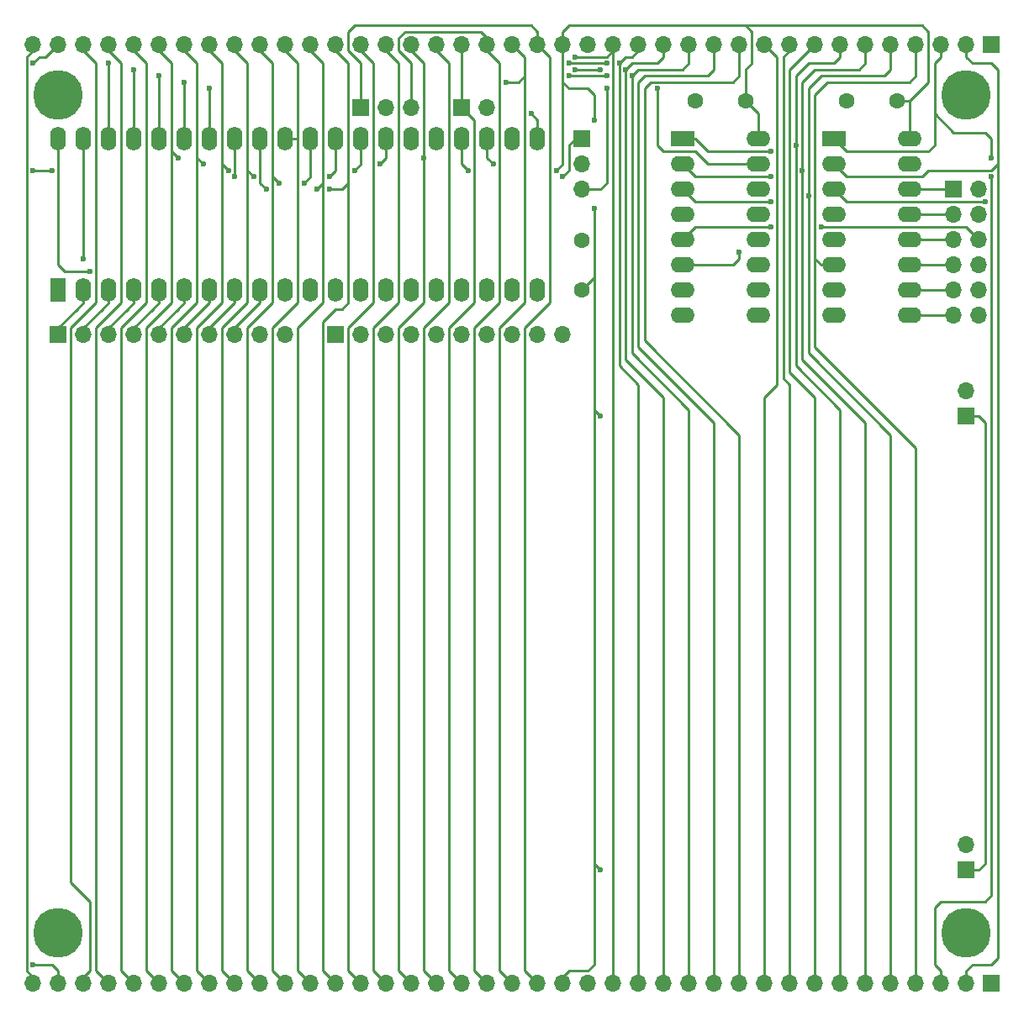
<source format=gtl>
G04 #@! TF.FileFunction,Copper,L1,Top,Signal*
%FSLAX46Y46*%
G04 Gerber Fmt 4.6, Leading zero omitted, Abs format (unit mm)*
G04 Created by KiCad (PCBNEW 4.0.7) date 01/23/20 18:17:54*
%MOMM*%
%LPD*%
G01*
G04 APERTURE LIST*
%ADD10C,0.100000*%
%ADD11R,1.700000X1.700000*%
%ADD12O,1.700000X1.700000*%
%ADD13C,5.000000*%
%ADD14C,1.600000*%
%ADD15R,2.400000X1.600000*%
%ADD16O,2.400000X1.600000*%
%ADD17R,1.600000X2.400000*%
%ADD18O,1.600000X2.400000*%
%ADD19C,0.600000*%
%ADD20C,0.250000*%
G04 APERTURE END LIST*
D10*
D11*
X198120000Y-145415000D03*
D12*
X195580000Y-145415000D03*
X193040000Y-145415000D03*
X190500000Y-145415000D03*
X187960000Y-145415000D03*
X185420000Y-145415000D03*
X182880000Y-145415000D03*
X180340000Y-145415000D03*
X177800000Y-145415000D03*
X175260000Y-145415000D03*
X172720000Y-145415000D03*
X170180000Y-145415000D03*
X167640000Y-145415000D03*
X165100000Y-145415000D03*
X162560000Y-145415000D03*
X160020000Y-145415000D03*
X157480000Y-145415000D03*
X154940000Y-145415000D03*
X152400000Y-145415000D03*
X149860000Y-145415000D03*
X147320000Y-145415000D03*
X144780000Y-145415000D03*
X142240000Y-145415000D03*
X139700000Y-145415000D03*
X137160000Y-145415000D03*
X134620000Y-145415000D03*
X132080000Y-145415000D03*
X129540000Y-145415000D03*
X127000000Y-145415000D03*
X124460000Y-145415000D03*
X121920000Y-145415000D03*
X119380000Y-145415000D03*
X116840000Y-145415000D03*
X114300000Y-145415000D03*
X111760000Y-145415000D03*
X109220000Y-145415000D03*
X106680000Y-145415000D03*
X104140000Y-145415000D03*
X101600000Y-145415000D03*
D13*
X104140000Y-140335000D03*
X195580000Y-140335000D03*
X195580000Y-55880000D03*
X104140000Y-55880000D03*
D11*
X198120000Y-50800000D03*
D12*
X195580000Y-50800000D03*
X193040000Y-50800000D03*
X190500000Y-50800000D03*
X187960000Y-50800000D03*
X185420000Y-50800000D03*
X182880000Y-50800000D03*
X180340000Y-50800000D03*
X177800000Y-50800000D03*
X175260000Y-50800000D03*
X172720000Y-50800000D03*
X170180000Y-50800000D03*
X167640000Y-50800000D03*
X165100000Y-50800000D03*
X162560000Y-50800000D03*
X160020000Y-50800000D03*
X157480000Y-50800000D03*
X154940000Y-50800000D03*
X152400000Y-50800000D03*
X149860000Y-50800000D03*
X147320000Y-50800000D03*
X144780000Y-50800000D03*
X142240000Y-50800000D03*
X139700000Y-50800000D03*
X137160000Y-50800000D03*
X134620000Y-50800000D03*
X132080000Y-50800000D03*
X129540000Y-50800000D03*
X127000000Y-50800000D03*
X124460000Y-50800000D03*
X121920000Y-50800000D03*
X119380000Y-50800000D03*
X116840000Y-50800000D03*
X114300000Y-50800000D03*
X111760000Y-50800000D03*
X109220000Y-50800000D03*
X106680000Y-50800000D03*
X104140000Y-50800000D03*
X101600000Y-50800000D03*
D14*
X156845000Y-75565000D03*
X156845000Y-70565000D03*
X173355000Y-56515000D03*
X168355000Y-56515000D03*
X188595000Y-56515000D03*
X183595000Y-56515000D03*
D11*
X194310000Y-65405000D03*
D12*
X196850000Y-65405000D03*
X194310000Y-67945000D03*
X196850000Y-67945000D03*
X194310000Y-70485000D03*
X196850000Y-70485000D03*
X194310000Y-73025000D03*
X196850000Y-73025000D03*
X194310000Y-75565000D03*
X196850000Y-75565000D03*
X194310000Y-78105000D03*
X196850000Y-78105000D03*
D11*
X104140000Y-80010000D03*
D12*
X106680000Y-80010000D03*
X109220000Y-80010000D03*
X111760000Y-80010000D03*
X114300000Y-80010000D03*
X116840000Y-80010000D03*
X119380000Y-80010000D03*
X121920000Y-80010000D03*
X124460000Y-80010000D03*
X127000000Y-80010000D03*
D11*
X132080000Y-80010000D03*
D12*
X134620000Y-80010000D03*
X137160000Y-80010000D03*
X139700000Y-80010000D03*
X142240000Y-80010000D03*
X144780000Y-80010000D03*
X147320000Y-80010000D03*
X149860000Y-80010000D03*
X152400000Y-80010000D03*
X154940000Y-80010000D03*
D11*
X195580000Y-133985000D03*
D12*
X195580000Y-131445000D03*
D11*
X195580000Y-88265000D03*
D12*
X195580000Y-85725000D03*
D11*
X144780000Y-57150000D03*
D12*
X147320000Y-57150000D03*
D11*
X156845000Y-60325000D03*
D12*
X156845000Y-62865000D03*
X156845000Y-65405000D03*
D15*
X182245000Y-60325000D03*
D16*
X189865000Y-78105000D03*
X182245000Y-62865000D03*
X189865000Y-75565000D03*
X182245000Y-65405000D03*
X189865000Y-73025000D03*
X182245000Y-67945000D03*
X189865000Y-70485000D03*
X182245000Y-70485000D03*
X189865000Y-67945000D03*
X182245000Y-73025000D03*
X189865000Y-65405000D03*
X182245000Y-75565000D03*
X189865000Y-62865000D03*
X182245000Y-78105000D03*
X189865000Y-60325000D03*
D17*
X104140000Y-75565000D03*
D18*
X152400000Y-60325000D03*
X106680000Y-75565000D03*
X149860000Y-60325000D03*
X109220000Y-75565000D03*
X147320000Y-60325000D03*
X111760000Y-75565000D03*
X144780000Y-60325000D03*
X114300000Y-75565000D03*
X142240000Y-60325000D03*
X116840000Y-75565000D03*
X139700000Y-60325000D03*
X119380000Y-75565000D03*
X137160000Y-60325000D03*
X121920000Y-75565000D03*
X134620000Y-60325000D03*
X124460000Y-75565000D03*
X132080000Y-60325000D03*
X127000000Y-75565000D03*
X129540000Y-60325000D03*
X129540000Y-75565000D03*
X127000000Y-60325000D03*
X132080000Y-75565000D03*
X124460000Y-60325000D03*
X134620000Y-75565000D03*
X121920000Y-60325000D03*
X137160000Y-75565000D03*
X119380000Y-60325000D03*
X139700000Y-75565000D03*
X116840000Y-60325000D03*
X142240000Y-75565000D03*
X114300000Y-60325000D03*
X144780000Y-75565000D03*
X111760000Y-60325000D03*
X147320000Y-75565000D03*
X109220000Y-60325000D03*
X149860000Y-75565000D03*
X106680000Y-60325000D03*
X152400000Y-75565000D03*
X104140000Y-60325000D03*
D15*
X167005000Y-60325000D03*
D16*
X174625000Y-78105000D03*
X167005000Y-62865000D03*
X174625000Y-75565000D03*
X167005000Y-65405000D03*
X174625000Y-73025000D03*
X167005000Y-67945000D03*
X174625000Y-70485000D03*
X167005000Y-70485000D03*
X174625000Y-67945000D03*
X167005000Y-73025000D03*
X174625000Y-65405000D03*
X167005000Y-75565000D03*
X174625000Y-62865000D03*
X167005000Y-78105000D03*
X174625000Y-60325000D03*
D11*
X134620000Y-57150000D03*
D12*
X137160000Y-57150000D03*
X139700000Y-57150000D03*
D19*
X158750000Y-133985000D03*
X158750000Y-88265000D03*
X158115000Y-67310000D03*
X158115000Y-58420000D03*
X154305000Y-63500000D03*
X145415000Y-63500000D03*
X172720000Y-71755000D03*
X197485000Y-66675000D03*
X198120000Y-62230000D03*
X198120000Y-64135000D03*
X179705000Y-66040000D03*
X175895000Y-66675000D03*
X179070000Y-63500000D03*
X175895000Y-64135000D03*
X178435000Y-60960000D03*
X175895000Y-61595000D03*
X155575000Y-53975000D03*
X116840000Y-54610000D03*
X161925000Y-53975000D03*
X159385000Y-53975000D03*
X156210000Y-53340000D03*
X114300000Y-53975000D03*
X161290000Y-53340000D03*
X158750000Y-53340000D03*
X155575000Y-52705000D03*
X111760000Y-53340000D03*
X160655000Y-52705000D03*
X159385000Y-52705000D03*
X156210000Y-52070000D03*
X109220000Y-52705000D03*
X140970000Y-62230000D03*
X121920000Y-64135000D03*
X131445000Y-65405000D03*
X125095000Y-65405000D03*
X130175000Y-65405000D03*
X126365000Y-64770000D03*
X128905000Y-64770000D03*
X123825000Y-64135000D03*
X131445000Y-64135000D03*
X121285000Y-63500000D03*
X133985000Y-63500000D03*
X118745000Y-62865000D03*
X136525000Y-62865000D03*
X116205000Y-62230000D03*
X119380000Y-55245000D03*
X149225000Y-54610000D03*
X154940000Y-64135000D03*
X103505000Y-63500000D03*
X101600000Y-63500000D03*
X101600000Y-143510000D03*
X101600000Y-52705000D03*
X175895000Y-69215000D03*
X180975000Y-69215000D03*
X107315000Y-73660000D03*
X106680000Y-72390000D03*
X159385000Y-55245000D03*
X164465000Y-55245000D03*
X147955000Y-62865000D03*
X151765000Y-57785000D03*
D20*
X189865000Y-56515000D02*
X191770000Y-54610000D01*
X154940000Y-145415000D02*
X154940000Y-144780000D01*
X154940000Y-144780000D02*
X155575000Y-144145000D01*
X158115000Y-143510000D02*
X158115000Y-142875000D01*
X157480000Y-144145000D02*
X158115000Y-143510000D01*
X155575000Y-144145000D02*
X157480000Y-144145000D01*
X158115000Y-133350000D02*
X158115000Y-142875000D01*
X158115000Y-87630000D02*
X158115000Y-133350000D01*
X158115000Y-133350000D02*
X158750000Y-133985000D01*
X158115000Y-74295000D02*
X158115000Y-87630000D01*
X158115000Y-87630000D02*
X158750000Y-88265000D01*
X156845000Y-75565000D02*
X158115000Y-74295000D01*
X158115000Y-74295000D02*
X158115000Y-67310000D01*
X155575000Y-55245000D02*
X154940000Y-54610000D01*
X156845000Y-55245000D02*
X155575000Y-55245000D01*
X158115000Y-55880000D02*
X157480000Y-55245000D01*
X157480000Y-55245000D02*
X156845000Y-55245000D01*
X158115000Y-58420000D02*
X158115000Y-55880000D01*
X144780000Y-60325000D02*
X144780000Y-62230000D01*
X154305000Y-63500000D02*
X154940000Y-62865000D01*
X154940000Y-62865000D02*
X154940000Y-54610000D01*
X144780000Y-62230000D02*
X144780000Y-62865000D01*
X144780000Y-62865000D02*
X145415000Y-63500000D01*
X154940000Y-50800000D02*
X154940000Y-54610000D01*
X189865000Y-60325000D02*
X189865000Y-56515000D01*
X174625000Y-60325000D02*
X174625000Y-57785000D01*
X174625000Y-57785000D02*
X173355000Y-56515000D01*
X173355000Y-56515000D02*
X173355000Y-53340000D01*
X173355000Y-53340000D02*
X173990000Y-52705000D01*
X173990000Y-52705000D02*
X173990000Y-49530000D01*
X173990000Y-49530000D02*
X173355000Y-48895000D01*
X191135000Y-48895000D02*
X173355000Y-48895000D01*
X188595000Y-56515000D02*
X189865000Y-56515000D01*
X191770000Y-49530000D02*
X191135000Y-48895000D01*
X191770000Y-54610000D02*
X191770000Y-49530000D01*
X173355000Y-48895000D02*
X155575000Y-48895000D01*
X155575000Y-48895000D02*
X154940000Y-49530000D01*
X154940000Y-49530000D02*
X154940000Y-50800000D01*
X167005000Y-73025000D02*
X172085000Y-73025000D01*
X172720000Y-72390000D02*
X172720000Y-71755000D01*
X172085000Y-73025000D02*
X172720000Y-72390000D01*
X197485000Y-88900000D02*
X197485000Y-133350000D01*
X196850000Y-88265000D02*
X197485000Y-88900000D01*
X195580000Y-88265000D02*
X196850000Y-88265000D01*
X196850000Y-133985000D02*
X195580000Y-133985000D01*
X197485000Y-133350000D02*
X196850000Y-133985000D01*
X173355000Y-56515000D02*
X173355000Y-55880000D01*
X182245000Y-65405000D02*
X183515000Y-66675000D01*
X183515000Y-66675000D02*
X197485000Y-66675000D01*
X198755000Y-62865000D02*
X198120000Y-63500000D01*
X191770000Y-63500000D02*
X191135000Y-64135000D01*
X198120000Y-63500000D02*
X191770000Y-63500000D01*
X182245000Y-62865000D02*
X183515000Y-64135000D01*
X183515000Y-64135000D02*
X191135000Y-64135000D01*
X198755000Y-142875000D02*
X198120000Y-143510000D01*
X195580000Y-52070000D02*
X196215000Y-52705000D01*
X196215000Y-52705000D02*
X198120000Y-52705000D01*
X198120000Y-52705000D02*
X198755000Y-53340000D01*
X198755000Y-53340000D02*
X198755000Y-62865000D01*
X198755000Y-62865000D02*
X198755000Y-63500000D01*
X198755000Y-63500000D02*
X198755000Y-142875000D01*
X195580000Y-50800000D02*
X195580000Y-52070000D01*
X195580000Y-144145000D02*
X195580000Y-145415000D01*
X196215000Y-143510000D02*
X195580000Y-144145000D01*
X198120000Y-143510000D02*
X196215000Y-143510000D01*
X192405000Y-57785000D02*
X194310000Y-59690000D01*
X192405000Y-59055000D02*
X192405000Y-60960000D01*
X192405000Y-60960000D02*
X191770000Y-61595000D01*
X182245000Y-60325000D02*
X183515000Y-61595000D01*
X183515000Y-61595000D02*
X191770000Y-61595000D01*
X198120000Y-85725000D02*
X198120000Y-136525000D01*
X198120000Y-136525000D02*
X197485000Y-137160000D01*
X197485000Y-137160000D02*
X193040000Y-137160000D01*
X193040000Y-137160000D02*
X192405000Y-137795000D01*
X192405000Y-137795000D02*
X192405000Y-143510000D01*
X192405000Y-143510000D02*
X193040000Y-144145000D01*
X193040000Y-144145000D02*
X193040000Y-145415000D01*
X194310000Y-59690000D02*
X197485000Y-59690000D01*
X197485000Y-59690000D02*
X198120000Y-60325000D01*
X198120000Y-60960000D02*
X198120000Y-62230000D01*
X198120000Y-60325000D02*
X198120000Y-60960000D01*
X198120000Y-64135000D02*
X198120000Y-85725000D01*
X193040000Y-50800000D02*
X193040000Y-52070000D01*
X192405000Y-52705000D02*
X192405000Y-57785000D01*
X192405000Y-57785000D02*
X192405000Y-59055000D01*
X193040000Y-52070000D02*
X192405000Y-52705000D01*
X180340000Y-80645000D02*
X180340000Y-81280000D01*
X190500000Y-91440000D02*
X190500000Y-93345000D01*
X180340000Y-81280000D02*
X190500000Y-91440000D01*
X182245000Y-73025000D02*
X180975000Y-73025000D01*
X180975000Y-73025000D02*
X180340000Y-72390000D01*
X180340000Y-55880000D02*
X180340000Y-72390000D01*
X180340000Y-72390000D02*
X180340000Y-78105000D01*
X190500000Y-145415000D02*
X190500000Y-97155000D01*
X190500000Y-97155000D02*
X190500000Y-93345000D01*
X180340000Y-78105000D02*
X180340000Y-80645000D01*
X190500000Y-53975000D02*
X189865000Y-54610000D01*
X189865000Y-54610000D02*
X181610000Y-54610000D01*
X181610000Y-54610000D02*
X180340000Y-55880000D01*
X190500000Y-53975000D02*
X190500000Y-50800000D01*
X179705000Y-81915000D02*
X187960000Y-90170000D01*
X187960000Y-90170000D02*
X187960000Y-92075000D01*
X167005000Y-65405000D02*
X168275000Y-66675000D01*
X168275000Y-66675000D02*
X175895000Y-66675000D01*
X179705000Y-80645000D02*
X179705000Y-66040000D01*
X179705000Y-66040000D02*
X179705000Y-55245000D01*
X187960000Y-93345000D02*
X187960000Y-92075000D01*
X187960000Y-145415000D02*
X187960000Y-93345000D01*
X179705000Y-80645000D02*
X179705000Y-81915000D01*
X187960000Y-53340000D02*
X187325000Y-53975000D01*
X187325000Y-53975000D02*
X180975000Y-53975000D01*
X180975000Y-53975000D02*
X179705000Y-55245000D01*
X187960000Y-53340000D02*
X187960000Y-50800000D01*
X185420000Y-90805000D02*
X185420000Y-88900000D01*
X185420000Y-88900000D02*
X179070000Y-82550000D01*
X167005000Y-62865000D02*
X168275000Y-64135000D01*
X168275000Y-64135000D02*
X175895000Y-64135000D01*
X179070000Y-54610000D02*
X179070000Y-63500000D01*
X179070000Y-63500000D02*
X179070000Y-82550000D01*
X185420000Y-145415000D02*
X185420000Y-90805000D01*
X185420000Y-52705000D02*
X184785000Y-53340000D01*
X184785000Y-53340000D02*
X180340000Y-53340000D01*
X180340000Y-53340000D02*
X179070000Y-54610000D01*
X185420000Y-52705000D02*
X185420000Y-50800000D01*
X182880000Y-89535000D02*
X182880000Y-87630000D01*
X182880000Y-87630000D02*
X178435000Y-83185000D01*
X167005000Y-60325000D02*
X168275000Y-60325000D01*
X169545000Y-61595000D02*
X175895000Y-61595000D01*
X168275000Y-60325000D02*
X169545000Y-61595000D01*
X178435000Y-58420000D02*
X178435000Y-60960000D01*
X178435000Y-60960000D02*
X178435000Y-83185000D01*
X182880000Y-90170000D02*
X182880000Y-145415000D01*
X182880000Y-90170000D02*
X182880000Y-89535000D01*
X167005000Y-60325000D02*
X167005000Y-59690000D01*
X178435000Y-58420000D02*
X178435000Y-53975000D01*
X178435000Y-53975000D02*
X179705000Y-52705000D01*
X179705000Y-52705000D02*
X182245000Y-52705000D01*
X182245000Y-52705000D02*
X182880000Y-52070000D01*
X182880000Y-52070000D02*
X182880000Y-50800000D01*
X180340000Y-88265000D02*
X180340000Y-86360000D01*
X180340000Y-86360000D02*
X177800000Y-83820000D01*
X177800000Y-83820000D02*
X177800000Y-53340000D01*
X180340000Y-145415000D02*
X180340000Y-89535000D01*
X180340000Y-89535000D02*
X180340000Y-88265000D01*
X177800000Y-53340000D02*
X180340000Y-50800000D01*
X177800000Y-86995000D02*
X177800000Y-85090000D01*
X177800000Y-85090000D02*
X177165000Y-84455000D01*
X177800000Y-145415000D02*
X177800000Y-86995000D01*
X177165000Y-52070000D02*
X177800000Y-51435000D01*
X177165000Y-84455000D02*
X177165000Y-52070000D01*
X177800000Y-51435000D02*
X177800000Y-50800000D01*
X175260000Y-90170000D02*
X175260000Y-86360000D01*
X175260000Y-86360000D02*
X176530000Y-85090000D01*
X176530000Y-84455000D02*
X176530000Y-85090000D01*
X176530000Y-52070000D02*
X175260000Y-50800000D01*
X176530000Y-84455000D02*
X176530000Y-52070000D01*
X175260000Y-145415000D02*
X175260000Y-90170000D01*
X172720000Y-145415000D02*
X172720000Y-90170000D01*
X163195000Y-80645000D02*
X172720000Y-90170000D01*
X172720000Y-53975000D02*
X172720000Y-50800000D01*
X163830000Y-54610000D02*
X163195000Y-55245000D01*
X172085000Y-54610000D02*
X163830000Y-54610000D01*
X172720000Y-53975000D02*
X172085000Y-54610000D01*
X163195000Y-55245000D02*
X163195000Y-80645000D01*
X162560000Y-81280000D02*
X162560000Y-54610000D01*
X170180000Y-88900000D02*
X162560000Y-81280000D01*
X170180000Y-145415000D02*
X170180000Y-88900000D01*
X170180000Y-53340000D02*
X170180000Y-50800000D01*
X169545000Y-53975000D02*
X170180000Y-53340000D01*
X163195000Y-53975000D02*
X169545000Y-53975000D01*
X162560000Y-54610000D02*
X163195000Y-53975000D01*
X155575000Y-53975000D02*
X159385000Y-53975000D01*
X116840000Y-60325000D02*
X116840000Y-54610000D01*
X167640000Y-145415000D02*
X167640000Y-87630000D01*
X161925000Y-81915000D02*
X167640000Y-87630000D01*
X167640000Y-52705000D02*
X167640000Y-50800000D01*
X162560000Y-53340000D02*
X161925000Y-53975000D01*
X167005000Y-53340000D02*
X162560000Y-53340000D01*
X167640000Y-52705000D02*
X167005000Y-53340000D01*
X161925000Y-53975000D02*
X161925000Y-81915000D01*
X156210000Y-53340000D02*
X158750000Y-53340000D01*
X114300000Y-60325000D02*
X114300000Y-53975000D01*
X165100000Y-145415000D02*
X165100000Y-86360000D01*
X165100000Y-52070000D02*
X164465000Y-52705000D01*
X164465000Y-52705000D02*
X161925000Y-52705000D01*
X161925000Y-52705000D02*
X161290000Y-53340000D01*
X161290000Y-53340000D02*
X161290000Y-60960000D01*
X165100000Y-52070000D02*
X165100000Y-50800000D01*
X161290000Y-82550000D02*
X161290000Y-60960000D01*
X165100000Y-86360000D02*
X161290000Y-82550000D01*
X155575000Y-52705000D02*
X159385000Y-52705000D01*
X111760000Y-60325000D02*
X111760000Y-53340000D01*
X162560000Y-145415000D02*
X162560000Y-85090000D01*
X161925000Y-52070000D02*
X162560000Y-51435000D01*
X161925000Y-52070000D02*
X161290000Y-52070000D01*
X161290000Y-52070000D02*
X160655000Y-52705000D01*
X160655000Y-52705000D02*
X160655000Y-55880000D01*
X160655000Y-83185000D02*
X160655000Y-55880000D01*
X162560000Y-85090000D02*
X160655000Y-83185000D01*
X162560000Y-50800000D02*
X162560000Y-51435000D01*
X160020000Y-50800000D02*
X160020000Y-51435000D01*
X160020000Y-51435000D02*
X159385000Y-52070000D01*
X159385000Y-52070000D02*
X156210000Y-52070000D01*
X109220000Y-52705000D02*
X109220000Y-60325000D01*
X160020000Y-50800000D02*
X160020000Y-90170000D01*
X160020000Y-90170000D02*
X160020000Y-145415000D01*
X160020000Y-50800000D02*
X160020000Y-51435000D01*
X144780000Y-57150000D02*
X144780000Y-50800000D01*
X143510000Y-79375000D02*
X143510000Y-144145000D01*
X143510000Y-144145000D02*
X144780000Y-145415000D01*
X146050000Y-76835000D02*
X143510000Y-79375000D01*
X144780000Y-50800000D02*
X144780000Y-51435000D01*
X144780000Y-57150000D02*
X146050000Y-58420000D01*
X146050000Y-58420000D02*
X146050000Y-76835000D01*
X142240000Y-145415000D02*
X140970000Y-144145000D01*
X143510000Y-76835000D02*
X140970000Y-79375000D01*
X143510000Y-52705000D02*
X143510000Y-76835000D01*
X143510000Y-52705000D02*
X142240000Y-51435000D01*
X140970000Y-144145000D02*
X140970000Y-79375000D01*
X142240000Y-50800000D02*
X142240000Y-51435000D01*
X138430000Y-79375000D02*
X138430000Y-144145000D01*
X140970000Y-76835000D02*
X138430000Y-79375000D01*
X140970000Y-52705000D02*
X140970000Y-62230000D01*
X140970000Y-62230000D02*
X140970000Y-76835000D01*
X139700000Y-51435000D02*
X140970000Y-52705000D01*
X138430000Y-144145000D02*
X139700000Y-145415000D01*
X139700000Y-50800000D02*
X139700000Y-51435000D01*
X135890000Y-79375000D02*
X135890000Y-144145000D01*
X138430000Y-76835000D02*
X135890000Y-79375000D01*
X137160000Y-51435000D02*
X138430000Y-52705000D01*
X138430000Y-52705000D02*
X138430000Y-76200000D01*
X138430000Y-76200000D02*
X138430000Y-76835000D01*
X135890000Y-144145000D02*
X137160000Y-145415000D01*
X137160000Y-50800000D02*
X137160000Y-51435000D01*
X134620000Y-145415000D02*
X133350000Y-144145000D01*
X135890000Y-76200000D02*
X135890000Y-76835000D01*
X135890000Y-52705000D02*
X135890000Y-76200000D01*
X135890000Y-52705000D02*
X134620000Y-51435000D01*
X135890000Y-76835000D02*
X133350000Y-79375000D01*
X133350000Y-144145000D02*
X133350000Y-79375000D01*
X134620000Y-50800000D02*
X134620000Y-51435000D01*
X121920000Y-63500000D02*
X121920000Y-64135000D01*
X131445000Y-65405000D02*
X132715000Y-65405000D01*
X132715000Y-65405000D02*
X133350000Y-64770000D01*
X121920000Y-60325000D02*
X121920000Y-63500000D01*
X132080000Y-77470000D02*
X132715000Y-77470000D01*
X132715000Y-77470000D02*
X133350000Y-76835000D01*
X130810000Y-83185000D02*
X130810000Y-78740000D01*
X130810000Y-144145000D02*
X132080000Y-145415000D01*
X130810000Y-83185000D02*
X130810000Y-144145000D01*
X130810000Y-78740000D02*
X132080000Y-77470000D01*
X133350000Y-64770000D02*
X133350000Y-76835000D01*
X133350000Y-62865000D02*
X133350000Y-63500000D01*
X133350000Y-63500000D02*
X133350000Y-64770000D01*
X133350000Y-52705000D02*
X133350000Y-62865000D01*
X132080000Y-51435000D02*
X133350000Y-52705000D01*
X132080000Y-50800000D02*
X132080000Y-51435000D01*
X124460000Y-64135000D02*
X124460000Y-64770000D01*
X124460000Y-64770000D02*
X125095000Y-65405000D01*
X130175000Y-65405000D02*
X130810000Y-64770000D01*
X124460000Y-60325000D02*
X124460000Y-64135000D01*
X128270000Y-79375000D02*
X128270000Y-144145000D01*
X128270000Y-144145000D02*
X129540000Y-145415000D01*
X130810000Y-64770000D02*
X130810000Y-76835000D01*
X130810000Y-76835000D02*
X128270000Y-79375000D01*
X129540000Y-51435000D02*
X130810000Y-52705000D01*
X130810000Y-62865000D02*
X130810000Y-64135000D01*
X130810000Y-52705000D02*
X130810000Y-62865000D01*
X130810000Y-64135000D02*
X130810000Y-64770000D01*
X129540000Y-50800000D02*
X129540000Y-51435000D01*
X127000000Y-60325000D02*
X128270000Y-60325000D01*
X125730000Y-79375000D02*
X125730000Y-144145000D01*
X128270000Y-76835000D02*
X125730000Y-79375000D01*
X127000000Y-51435000D02*
X128270000Y-52705000D01*
X128270000Y-52705000D02*
X128270000Y-60325000D01*
X128270000Y-60325000D02*
X128270000Y-62865000D01*
X128270000Y-62865000D02*
X128270000Y-76835000D01*
X125730000Y-144145000D02*
X127000000Y-145415000D01*
X127000000Y-50800000D02*
X127000000Y-51435000D01*
X129540000Y-60325000D02*
X129540000Y-64135000D01*
X126365000Y-64770000D02*
X125730000Y-64135000D01*
X129540000Y-64135000D02*
X128905000Y-64770000D01*
X123190000Y-79375000D02*
X123190000Y-144145000D01*
X125730000Y-76835000D02*
X123190000Y-79375000D01*
X125730000Y-62865000D02*
X125730000Y-52705000D01*
X124460000Y-51435000D02*
X125730000Y-52705000D01*
X125730000Y-62865000D02*
X125730000Y-64135000D01*
X125730000Y-64135000D02*
X125730000Y-76835000D01*
X123190000Y-144145000D02*
X124460000Y-145415000D01*
X124460000Y-50800000D02*
X124460000Y-51435000D01*
X132080000Y-60325000D02*
X132080000Y-63500000D01*
X123825000Y-64135000D02*
X123190000Y-63500000D01*
X132080000Y-63500000D02*
X131445000Y-64135000D01*
X120650000Y-79375000D02*
X120650000Y-144145000D01*
X123190000Y-76835000D02*
X120650000Y-79375000D01*
X123190000Y-52705000D02*
X123190000Y-63500000D01*
X123190000Y-63500000D02*
X123190000Y-76835000D01*
X121920000Y-51435000D02*
X123190000Y-52705000D01*
X120650000Y-144145000D02*
X121920000Y-145415000D01*
X121920000Y-50800000D02*
X121920000Y-51435000D01*
X134620000Y-60325000D02*
X134620000Y-62865000D01*
X121285000Y-63500000D02*
X120650000Y-62865000D01*
X134620000Y-62865000D02*
X133985000Y-63500000D01*
X118110000Y-79375000D02*
X118110000Y-144145000D01*
X120650000Y-76835000D02*
X118110000Y-79375000D01*
X119380000Y-51435000D02*
X120650000Y-52705000D01*
X120650000Y-52705000D02*
X120650000Y-62865000D01*
X120650000Y-62865000D02*
X120650000Y-73660000D01*
X120650000Y-73660000D02*
X120650000Y-76835000D01*
X118110000Y-144145000D02*
X119380000Y-145415000D01*
X119380000Y-50800000D02*
X119380000Y-51435000D01*
X137160000Y-60325000D02*
X137160000Y-62230000D01*
X118745000Y-62865000D02*
X118110000Y-62230000D01*
X137160000Y-62230000D02*
X136525000Y-62865000D01*
X115570000Y-79375000D02*
X115570000Y-144145000D01*
X118110000Y-76835000D02*
X115570000Y-79375000D01*
X118110000Y-52705000D02*
X118110000Y-62230000D01*
X118110000Y-62230000D02*
X118110000Y-76835000D01*
X116840000Y-51435000D02*
X118110000Y-52705000D01*
X115570000Y-144145000D02*
X116840000Y-145415000D01*
X116840000Y-50800000D02*
X116840000Y-51435000D01*
X116205000Y-62230000D02*
X115570000Y-61595000D01*
X113030000Y-79375000D02*
X113030000Y-144145000D01*
X115570000Y-76835000D02*
X113030000Y-79375000D01*
X115570000Y-52705000D02*
X115570000Y-61595000D01*
X115570000Y-61595000D02*
X115570000Y-76835000D01*
X114300000Y-51435000D02*
X115570000Y-52705000D01*
X113030000Y-144145000D02*
X114300000Y-145415000D01*
X114300000Y-50800000D02*
X114300000Y-51435000D01*
X151130000Y-53975000D02*
X150495000Y-54610000D01*
X119380000Y-55245000D02*
X119380000Y-60325000D01*
X150495000Y-54610000D02*
X149225000Y-54610000D01*
X148590000Y-79375000D02*
X148590000Y-144145000D01*
X151130000Y-52070000D02*
X151130000Y-53975000D01*
X151130000Y-53975000D02*
X151130000Y-76835000D01*
X151130000Y-76835000D02*
X148590000Y-79375000D01*
X149860000Y-50800000D02*
X151130000Y-52070000D01*
X148590000Y-144145000D02*
X149860000Y-145415000D01*
X110490000Y-79375000D02*
X110490000Y-144145000D01*
X113030000Y-76835000D02*
X110490000Y-79375000D01*
X113030000Y-52705000D02*
X113030000Y-76835000D01*
X111760000Y-51435000D02*
X113030000Y-52705000D01*
X110490000Y-144145000D02*
X111760000Y-145415000D01*
X111760000Y-50800000D02*
X111760000Y-51435000D01*
X109220000Y-145415000D02*
X107950000Y-144145000D01*
X107950000Y-144145000D02*
X107950000Y-143510000D01*
X109220000Y-144780000D02*
X109220000Y-145415000D01*
X107950000Y-79375000D02*
X107950000Y-143510000D01*
X109220000Y-51435000D02*
X110490000Y-52705000D01*
X110490000Y-52705000D02*
X110490000Y-76835000D01*
X110490000Y-76835000D02*
X107950000Y-79375000D01*
X109220000Y-50800000D02*
X109220000Y-51435000D01*
X106680000Y-145415000D02*
X106680000Y-144780000D01*
X106680000Y-144780000D02*
X107315000Y-144145000D01*
X107315000Y-144145000D02*
X107315000Y-143510000D01*
X107315000Y-142875000D02*
X107315000Y-143510000D01*
X107315000Y-137160000D02*
X105410000Y-135255000D01*
X107315000Y-142875000D02*
X107315000Y-137160000D01*
X105410000Y-135255000D02*
X105410000Y-79375000D01*
X107950000Y-76835000D02*
X105410000Y-79375000D01*
X107950000Y-52705000D02*
X107950000Y-76835000D01*
X107950000Y-52705000D02*
X106680000Y-51435000D01*
X106680000Y-50800000D02*
X106680000Y-51435000D01*
X100965000Y-52070000D02*
X100965000Y-144145000D01*
X101600000Y-51435000D02*
X100965000Y-52070000D01*
X100965000Y-144145000D02*
X101600000Y-144780000D01*
X101600000Y-144780000D02*
X101600000Y-145415000D01*
X101600000Y-50800000D02*
X101600000Y-51435000D01*
X152400000Y-50800000D02*
X152400000Y-49530000D01*
X134620000Y-52705000D02*
X134620000Y-57150000D01*
X133350000Y-51435000D02*
X134620000Y-52705000D01*
X133350000Y-49530000D02*
X133350000Y-51435000D01*
X133985000Y-48895000D02*
X133350000Y-49530000D01*
X151765000Y-48895000D02*
X133985000Y-48895000D01*
X152400000Y-49530000D02*
X151765000Y-48895000D01*
X151130000Y-79375000D02*
X151130000Y-144145000D01*
X153670000Y-52070000D02*
X153670000Y-76835000D01*
X153670000Y-76835000D02*
X151130000Y-79375000D01*
X152400000Y-50800000D02*
X153670000Y-52070000D01*
X151130000Y-144145000D02*
X152400000Y-145415000D01*
X139065000Y-49530000D02*
X146685000Y-49530000D01*
X139700000Y-52705000D02*
X138430000Y-51435000D01*
X138430000Y-51435000D02*
X138430000Y-50165000D01*
X138430000Y-50165000D02*
X139065000Y-49530000D01*
X139700000Y-57150000D02*
X139700000Y-52705000D01*
X146685000Y-49530000D02*
X147320000Y-50165000D01*
X147320000Y-50165000D02*
X147320000Y-50800000D01*
X146050000Y-79375000D02*
X146050000Y-144145000D01*
X148590000Y-76835000D02*
X146050000Y-79375000D01*
X148590000Y-52705000D02*
X148590000Y-76835000D01*
X147320000Y-51435000D02*
X148590000Y-52705000D01*
X146050000Y-144145000D02*
X147320000Y-145415000D01*
X147320000Y-50800000D02*
X147320000Y-51435000D01*
X155575000Y-60960000D02*
X156210000Y-60325000D01*
X155575000Y-63500000D02*
X155575000Y-60960000D01*
X154940000Y-64135000D02*
X155575000Y-63500000D01*
X156210000Y-60325000D02*
X156845000Y-60325000D01*
X103505000Y-63500000D02*
X101600000Y-63500000D01*
X101600000Y-143510000D02*
X103505000Y-143510000D01*
X103505000Y-143510000D02*
X104140000Y-144145000D01*
X104140000Y-144145000D02*
X104140000Y-145415000D01*
X104140000Y-50800000D02*
X102870000Y-52070000D01*
X102235000Y-52070000D02*
X101600000Y-52705000D01*
X102870000Y-52070000D02*
X102235000Y-52070000D01*
X104140000Y-145415000D02*
X104140000Y-144780000D01*
X196850000Y-70485000D02*
X195580000Y-69215000D01*
X195580000Y-69215000D02*
X180975000Y-69215000D01*
X168275000Y-69215000D02*
X167005000Y-70485000D01*
X175895000Y-69215000D02*
X168275000Y-69215000D01*
X104140000Y-80010000D02*
X104140000Y-79375000D01*
X104140000Y-79375000D02*
X106045000Y-77470000D01*
X106680000Y-75565000D02*
X106680000Y-76835000D01*
X106680000Y-76835000D02*
X106045000Y-77470000D01*
X106680000Y-80010000D02*
X106680000Y-79375000D01*
X106680000Y-79375000D02*
X108585000Y-77470000D01*
X109220000Y-76835000D02*
X109220000Y-75565000D01*
X108585000Y-77470000D02*
X109220000Y-76835000D01*
X109220000Y-80010000D02*
X109220000Y-79375000D01*
X109220000Y-79375000D02*
X111125000Y-77470000D01*
X111760000Y-76835000D02*
X111760000Y-75565000D01*
X111125000Y-77470000D02*
X111760000Y-76835000D01*
X111760000Y-80010000D02*
X111760000Y-79375000D01*
X111760000Y-79375000D02*
X113665000Y-77470000D01*
X114300000Y-76835000D02*
X114300000Y-75565000D01*
X113665000Y-77470000D02*
X114300000Y-76835000D01*
X114300000Y-80010000D02*
X114300000Y-79375000D01*
X114300000Y-79375000D02*
X116205000Y-77470000D01*
X116840000Y-76835000D02*
X116840000Y-75565000D01*
X116205000Y-77470000D02*
X116840000Y-76835000D01*
X116840000Y-80010000D02*
X116840000Y-79375000D01*
X116840000Y-79375000D02*
X119380000Y-76835000D01*
X119380000Y-76835000D02*
X119380000Y-75565000D01*
X119380000Y-80010000D02*
X119380000Y-79375000D01*
X119380000Y-79375000D02*
X121920000Y-76835000D01*
X121920000Y-76835000D02*
X121920000Y-75565000D01*
X121920000Y-80010000D02*
X121920000Y-79375000D01*
X121920000Y-79375000D02*
X124460000Y-76835000D01*
X124460000Y-76835000D02*
X124460000Y-75565000D01*
X104140000Y-73025000D02*
X104775000Y-73660000D01*
X104775000Y-73660000D02*
X107315000Y-73660000D01*
X104140000Y-60325000D02*
X104140000Y-73025000D01*
X106680000Y-72390000D02*
X106680000Y-71755000D01*
X106680000Y-71755000D02*
X106680000Y-60325000D01*
X156845000Y-65405000D02*
X158750000Y-65405000D01*
X158750000Y-65405000D02*
X159385000Y-64770000D01*
X159385000Y-55245000D02*
X159385000Y-64770000D01*
X174625000Y-62865000D02*
X169545000Y-62865000D01*
X169545000Y-62865000D02*
X168275000Y-61595000D01*
X164465000Y-55245000D02*
X164465000Y-60960000D01*
X165100000Y-61595000D02*
X168275000Y-61595000D01*
X164465000Y-60960000D02*
X165100000Y-61595000D01*
X147955000Y-62865000D02*
X147320000Y-62230000D01*
X147320000Y-60325000D02*
X147320000Y-62230000D01*
X152400000Y-58420000D02*
X152400000Y-60325000D01*
X151765000Y-57785000D02*
X152400000Y-58420000D01*
X189865000Y-65405000D02*
X194310000Y-65405000D01*
X189865000Y-67945000D02*
X194310000Y-67945000D01*
X189865000Y-70485000D02*
X194310000Y-70485000D01*
X189865000Y-73025000D02*
X194310000Y-73025000D01*
X189865000Y-75565000D02*
X194310000Y-75565000D01*
X189865000Y-78105000D02*
X194310000Y-78105000D01*
M02*

</source>
